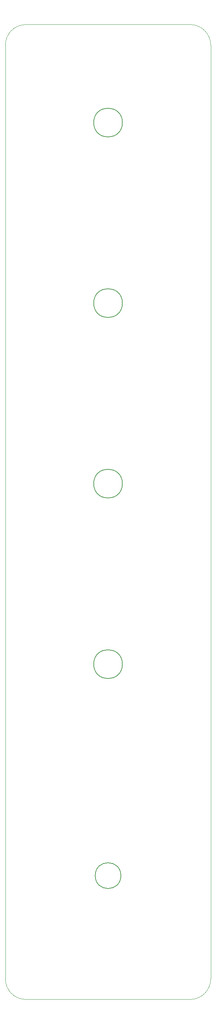
<source format=gm1>
G04 #@! TF.GenerationSoftware,KiCad,Pcbnew,6.0.5+dfsg-1~bpo11+1*
G04 #@! TF.CreationDate,2022-08-10T11:57:28+00:00*
G04 #@! TF.ProjectId,s_and_h_pcb_panel,735f616e-645f-4685-9f70-63625f70616e,0*
G04 #@! TF.SameCoordinates,Original*
G04 #@! TF.FileFunction,Profile,NP*
%FSLAX46Y46*%
G04 Gerber Fmt 4.6, Leading zero omitted, Abs format (unit mm)*
G04 Created by KiCad (PCBNEW 6.0.5+dfsg-1~bpo11+1) date 2022-08-10 11:57:28*
%MOMM*%
%LPD*%
G01*
G04 APERTURE LIST*
G04 #@! TA.AperFunction,Profile*
%ADD10C,0.100000*%
G04 #@! TD*
G04 #@! TA.AperFunction,Profile*
%ADD11C,0.150000*%
G04 #@! TD*
G04 APERTURE END LIST*
D10*
X80645000Y-260350000D02*
G75*
G03*
X85725000Y-255270000I0J5080000D01*
G01*
X85725000Y-255270000D02*
X85725000Y-25400000D01*
D11*
X63875000Y-177800000D02*
G75*
G03*
X63875000Y-177800000I-3550000J0D01*
G01*
D10*
X85725000Y-25400000D02*
G75*
G03*
X80645000Y-20320000I-5080000J0D01*
G01*
X34925000Y-25400000D02*
X34925000Y-255270000D01*
X80645000Y-20320000D02*
X40005000Y-20320000D01*
X34925000Y-255270000D02*
G75*
G03*
X40005000Y-260350000I5080000J0D01*
G01*
D11*
X63500000Y-229870000D02*
G75*
G03*
X63500000Y-229870000I-3175000J0D01*
G01*
D10*
X40005000Y-260350000D02*
X80645000Y-260350000D01*
D11*
X63875000Y-88900000D02*
G75*
G03*
X63875000Y-88900000I-3550000J0D01*
G01*
X63875000Y-44450000D02*
G75*
G03*
X63875000Y-44450000I-3550000J0D01*
G01*
X63875000Y-133350000D02*
G75*
G03*
X63875000Y-133350000I-3550000J0D01*
G01*
D10*
X40005000Y-20320000D02*
G75*
G03*
X34925000Y-25400000I0J-5080000D01*
G01*
M02*

</source>
